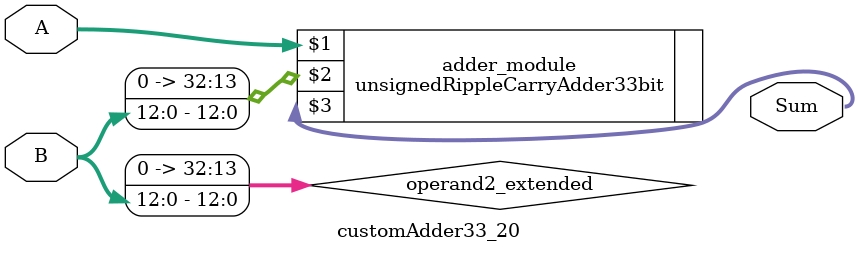
<source format=v>
module customAdder33_20(
                        input [32 : 0] A,
                        input [12 : 0] B,
                        
                        output [33 : 0] Sum
                );

        wire [32 : 0] operand2_extended;
        
        assign operand2_extended =  {20'b0, B};
        
        unsignedRippleCarryAdder33bit adder_module(
            A,
            operand2_extended,
            Sum
        );
        
        endmodule
        
</source>
